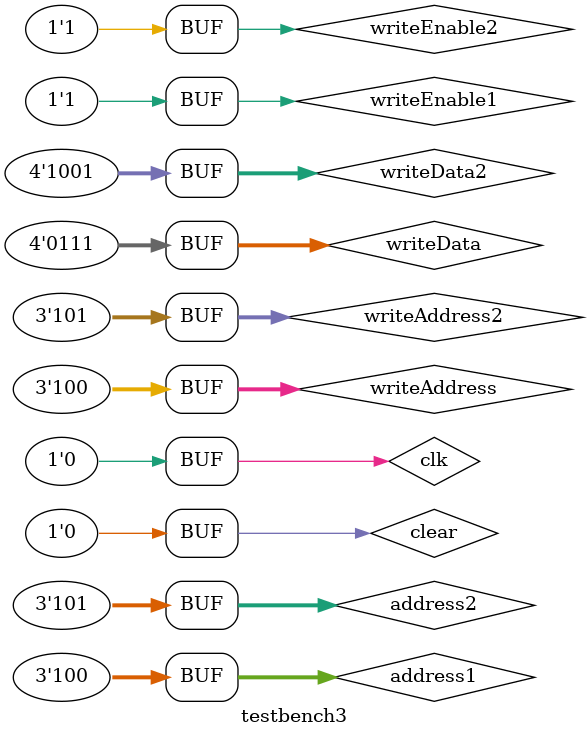
<source format=sv>
`timescale 1ns / 1ps


module testbench3();

 logic clk;
 logic clear;
 logic [2:0] address1, address2, writeAddress, writeAddress2;
 logic [3:0] writeData, writeData2;
 logic writeEnable1, writeEnable2;
 logic [3:0] out1, out2;
 
 registerFile dut( clk, clear, address1, address2, writeAddress, writeAddress2, writeData, writeData2,
    writeEnable1, writeEnable2, out1, out2);
    
   
    always
    begin 
        clk <= 1; # 5; clk <= 0; # 5; 
    end 
    
    initial begin
    clear = 1; writeEnable1 = 0; writeEnable2= 0; #5;
    clear = 0; 
    address1 = 3'b001; address2 = 3'b000; #5;
    writeAddress = 3'b000; writeAddress2 = 3'b001; #5;
    writeEnable1 = 1;
    writeData = 4'b0001; #5;
    writeData2 = 4'b0001; #5;
    writeEnable2 = 1;
    writeData = 4'b0001; #5;
    writeData2 = 4'b0001; #5;
    address1 = 3'b100; address2 = 3'b101; #5;
    writeAddress = 3'b100; writeAddress2 = 3'b101; #5;
    writeEnable1 = 1;
    writeData = 4'b0101; #5;
    writeData2 = 4'b0101; #5;
    writeEnable2 = 1;
    writeData = 4'b0111; #5;
    writeData2 = 4'b1001; #5;
    clear = 1; #15;
    clear = 0;
    
    
    end
 
 




endmodule

</source>
